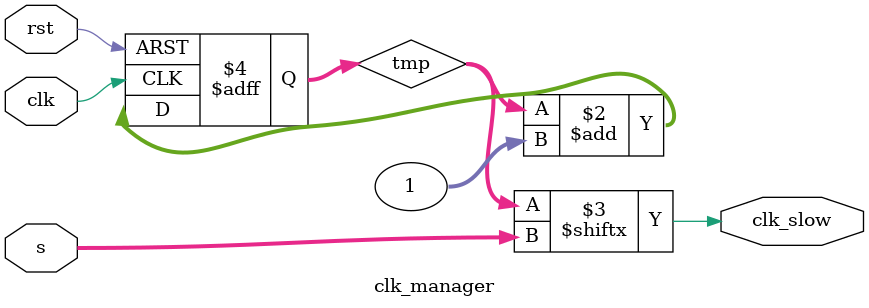
<source format=v>
`timescale 1ns / 1ps


module clk_manager(
        input clk,
        input rst,
        input [4:0] s,
        output clk_slow //output
        );
        
        reg [31:0] tmp;
        //assign s[4] = 1;
        always@(posedge clk or posedge rst)
            begin                   
            if(rst)             
                tmp <=0;        
            else                
                tmp <= tmp+1;   
        end                     
                                
        assign clk_slow = tmp[s];
endmodule


</source>
